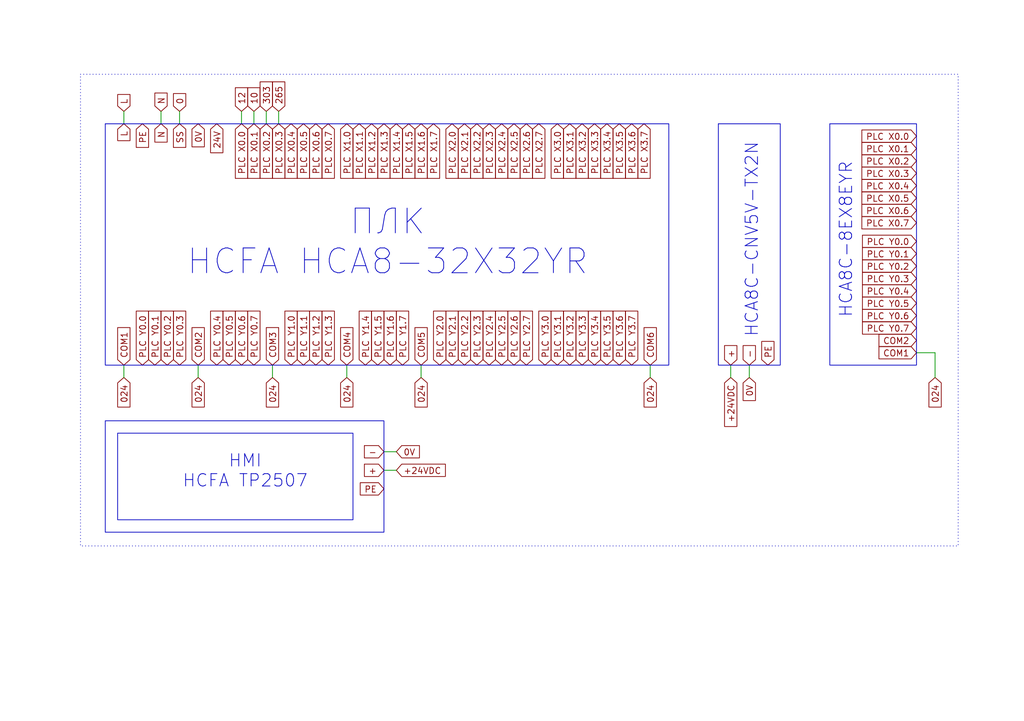
<source format=kicad_sch>
(kicad_sch
	(version 20231120)
	(generator "eeschema")
	(generator_version "8.0")
	(uuid "012ca85a-82a8-45de-9ed7-e5980ecb343c")
	(paper "A5")
	(title_block
		(title "Okoma")
		(date "08/2024")
		(rev "1.0")
	)
	(lib_symbols)
	(wire
		(pts
			(xy 52.07 22.86) (xy 52.07 25.4)
		)
		(stroke
			(width 0)
			(type default)
		)
		(uuid "1958ff1a-2cea-4015-ae88-65994fc0f1e1")
	)
	(wire
		(pts
			(xy 153.67 74.93) (xy 153.67 77.47)
		)
		(stroke
			(width 0)
			(type default)
		)
		(uuid "1ee07184-445e-49e0-9592-5d74319e6c92")
	)
	(wire
		(pts
			(xy 40.64 74.93) (xy 40.64 77.47)
		)
		(stroke
			(width 0)
			(type default)
		)
		(uuid "27aeccf1-9151-45b6-af7d-9fe8f1d3743f")
	)
	(wire
		(pts
			(xy 55.88 74.93) (xy 55.88 77.47)
		)
		(stroke
			(width 0)
			(type default)
		)
		(uuid "3b9ae176-475c-4e02-ab66-03ef1e25fb8e")
	)
	(wire
		(pts
			(xy 191.77 77.47) (xy 191.77 72.39)
		)
		(stroke
			(width 0)
			(type default)
		)
		(uuid "400ddbf4-fdbe-481e-bc80-3001fa21ca7e")
	)
	(wire
		(pts
			(xy 25.4 22.86) (xy 25.4 25.4)
		)
		(stroke
			(width 0)
			(type default)
		)
		(uuid "5b14d5f5-a804-4827-8faf-bea2ad5dd8d6")
	)
	(wire
		(pts
			(xy 36.83 22.86) (xy 36.83 25.4)
		)
		(stroke
			(width 0)
			(type default)
		)
		(uuid "60a21099-2a64-4745-a2e4-970c44b29884")
	)
	(wire
		(pts
			(xy 133.35 77.47) (xy 133.35 74.93)
		)
		(stroke
			(width 0)
			(type default)
		)
		(uuid "72a3ad23-53ea-4955-b624-e231fb0fc365")
	)
	(wire
		(pts
			(xy 78.74 92.71) (xy 81.28 92.71)
		)
		(stroke
			(width 0)
			(type default)
		)
		(uuid "79e6a44e-a97d-436f-a262-abd927977f19")
	)
	(wire
		(pts
			(xy 149.86 74.93) (xy 149.86 77.47)
		)
		(stroke
			(width 0)
			(type default)
		)
		(uuid "87bdfd2f-8565-483f-832d-22341f202d2b")
	)
	(wire
		(pts
			(xy 78.74 96.52) (xy 81.28 96.52)
		)
		(stroke
			(width 0)
			(type default)
		)
		(uuid "8ac53420-9d8f-4066-bdef-6ab458f09fe7")
	)
	(wire
		(pts
			(xy 71.12 74.93) (xy 71.12 77.47)
		)
		(stroke
			(width 0)
			(type default)
		)
		(uuid "8e7ea122-b692-40fc-888a-b5488f774cd3")
	)
	(wire
		(pts
			(xy 57.15 22.86) (xy 57.15 25.4)
		)
		(stroke
			(width 0)
			(type default)
		)
		(uuid "94fe7cb6-4548-40f7-8cf7-ddb8f314ce61")
	)
	(wire
		(pts
			(xy 54.61 22.86) (xy 54.61 25.4)
		)
		(stroke
			(width 0)
			(type default)
		)
		(uuid "9b09e1ad-415d-4ea2-ad2c-b286393ae224")
	)
	(wire
		(pts
			(xy 49.53 22.86) (xy 49.53 25.4)
		)
		(stroke
			(width 0)
			(type default)
		)
		(uuid "9cab176a-e298-41b4-badc-0817f3790d4a")
	)
	(wire
		(pts
			(xy 33.02 22.86) (xy 33.02 25.4)
		)
		(stroke
			(width 0)
			(type default)
		)
		(uuid "b1143fe3-dbc4-4218-b193-6525195ba374")
	)
	(wire
		(pts
			(xy 25.4 74.93) (xy 25.4 77.47)
		)
		(stroke
			(width 0)
			(type default)
		)
		(uuid "bd744539-bbd5-4c57-b8f0-b3c4370968c3")
	)
	(wire
		(pts
			(xy 191.77 72.39) (xy 187.96 72.39)
		)
		(stroke
			(width 0)
			(type default)
		)
		(uuid "db98e9f4-d433-4bbc-a65e-2be2b2b79773")
	)
	(wire
		(pts
			(xy 86.36 74.93) (xy 86.36 77.47)
		)
		(stroke
			(width 0)
			(type default)
		)
		(uuid "ea0a15d9-5f1c-464a-b0a9-0a8fd5e509ca")
	)
	(rectangle
		(start 147.32 25.4)
		(end 160.02 74.93)
		(stroke
			(width 0)
			(type default)
		)
		(fill
			(type none)
		)
		(uuid 06e508cf-57de-4e04-ab05-5c5bf5f9197b)
	)
	(rectangle
		(start 16.51 15.24)
		(end 196.51 112.04)
		(stroke
			(width 0)
			(type dot)
		)
		(fill
			(type none)
		)
		(uuid 29c5e26c-2d50-4887-a7b1-538f804fb5c9)
	)
	(rectangle
		(start 24.13 88.9)
		(end 72.39 106.68)
		(stroke
			(width 0)
			(type default)
		)
		(fill
			(type none)
		)
		(uuid 29f025db-fc6f-4425-a5de-21a1c2fb91e0)
	)
	(rectangle
		(start 21.59 86.36)
		(end 78.74 109.22)
		(stroke
			(width 0)
			(type default)
		)
		(fill
			(type none)
		)
		(uuid 67b8e63d-0050-4455-917b-28a15fd3c20f)
	)
	(rectangle
		(start 21.59 25.4)
		(end 137.16 74.93)
		(stroke
			(width 0)
			(type default)
		)
		(fill
			(type none)
		)
		(uuid b90b4759-f0fd-4a1c-9e6d-63d155c8f082)
	)
	(rectangle
		(start 170.18 25.4)
		(end 187.96 74.93)
		(stroke
			(width 0)
			(type default)
		)
		(fill
			(type none)
		)
		(uuid f9482136-b596-4f25-9613-4e661d847da1)
	)
	(text "HMI\nHCFA TP2507"
		(exclude_from_sim no)
		(at 50.292 96.774 0)
		(effects
			(font
				(size 2.54 2.54)
			)
		)
		(uuid "19737cad-8ee2-4c32-ba92-b7be062b1557")
	)
	(text "ПЛК\nHCFA HCA8-32X32YR"
		(exclude_from_sim no)
		(at 79.502 49.784 0)
		(effects
			(font
				(size 5.08 5.08)
			)
		)
		(uuid "52f802c5-85c8-4846-9676-6c892d737866")
	)
	(text "HCA8C-8EX8EYR"
		(exclude_from_sim no)
		(at 173.482 49.276 90)
		(effects
			(font
				(size 2.54 2.54)
			)
		)
		(uuid "ae775028-c02b-417b-8c56-387418aa2bb2")
	)
	(text "HCA8C-CNV5V-TX2N"
		(exclude_from_sim no)
		(at 154.178 49.276 90)
		(effects
			(font
				(size 2.54 2.54)
			)
		)
		(uuid "b826f405-00e4-43a8-b85b-e1c9c2d9507e")
	)
	(global_label "-"
		(shape input)
		(at 78.74 92.71 180)
		(fields_autoplaced yes)
		(effects
			(font
				(size 1.27 1.27)
			)
			(justify right)
		)
		(uuid "023369c7-1294-45d7-abde-4ecc51761d7e")
		(property "Intersheetrefs" "${INTERSHEET_REFS}"
			(at 74.1824 92.71 0)
			(effects
				(font
					(size 1.27 1.27)
				)
				(justify right)
				(hide yes)
			)
		)
	)
	(global_label "COM5"
		(shape input)
		(at 86.36 74.93 90)
		(fields_autoplaced yes)
		(effects
			(font
				(size 1.27 1.27)
			)
			(justify left)
		)
		(uuid "04cbad57-8930-481f-ab7f-7965ac447320")
		(property "Intersheetrefs" "${INTERSHEET_REFS}"
			(at 86.36 66.6834 90)
			(effects
				(font
					(size 1.27 1.27)
				)
				(justify left)
				(hide yes)
			)
		)
	)
	(global_label "COM1"
		(shape input)
		(at 187.96 72.39 180)
		(fields_autoplaced yes)
		(effects
			(font
				(size 1.27 1.27)
			)
			(justify right)
		)
		(uuid "09171eb0-3c5e-4df5-9c3b-a918b80c83f9")
		(property "Intersheetrefs" "${INTERSHEET_REFS}"
			(at 179.7134 72.39 0)
			(effects
				(font
					(size 1.27 1.27)
				)
				(justify right)
				(hide yes)
			)
		)
	)
	(global_label "PLC X1.2"
		(shape input)
		(at 76.2 25.4 270)
		(fields_autoplaced yes)
		(effects
			(font
				(size 1.27 1.27)
			)
			(justify right)
		)
		(uuid "0eb4d390-bae3-4c96-aba5-4e9aef127aa9")
		(property "Intersheetrefs" "${INTERSHEET_REFS}"
			(at 76.2 37.1542 90)
			(effects
				(font
					(size 1.27 1.27)
				)
				(justify right)
				(hide yes)
			)
		)
	)
	(global_label "PLC X3.1"
		(shape input)
		(at 116.84 25.4 270)
		(fields_autoplaced yes)
		(effects
			(font
				(size 1.27 1.27)
			)
			(justify right)
		)
		(uuid "151cf409-7b28-4fc1-b506-0de62f52c36c")
		(property "Intersheetrefs" "${INTERSHEET_REFS}"
			(at 116.84 37.1542 90)
			(effects
				(font
					(size 1.27 1.27)
				)
				(justify right)
				(hide yes)
			)
		)
	)
	(global_label "PE"
		(shape input)
		(at 157.48 74.93 90)
		(fields_autoplaced yes)
		(effects
			(font
				(size 1.27 1.27)
			)
			(justify left)
		)
		(uuid "1614e498-250f-47d3-8db8-966585d8f012")
		(property "Intersheetrefs" "${INTERSHEET_REFS}"
			(at 157.48 69.5258 90)
			(effects
				(font
					(size 1.27 1.27)
				)
				(justify left)
				(hide yes)
			)
		)
	)
	(global_label "PLC X0.0"
		(shape input)
		(at 187.96 27.94 180)
		(fields_autoplaced yes)
		(effects
			(font
				(size 1.27 1.27)
			)
			(justify right)
		)
		(uuid "163d896a-5c1e-4931-8974-08d338b5193b")
		(property "Intersheetrefs" "${INTERSHEET_REFS}"
			(at 176.2058 27.94 0)
			(effects
				(font
					(size 1.27 1.27)
				)
				(justify right)
				(hide yes)
			)
		)
	)
	(global_label "PLC Y0.1"
		(shape input)
		(at 187.96 52.07 180)
		(fields_autoplaced yes)
		(effects
			(font
				(size 1.27 1.27)
			)
			(justify right)
		)
		(uuid "171e3b1d-4e90-4626-9491-78ede9e4f3e5")
		(property "Intersheetrefs" "${INTERSHEET_REFS}"
			(at 176.3267 52.07 0)
			(effects
				(font
					(size 1.27 1.27)
				)
				(justify right)
				(hide yes)
			)
		)
	)
	(global_label "10"
		(shape input)
		(at 52.07 22.86 90)
		(effects
			(font
				(size 1.27 1.27)
			)
			(justify left)
		)
		(uuid "1cb07c34-3ba2-4c04-ba39-032b1baa49d8")
		(property "Intersheetrefs" "${INTERSHEET_REFS}"
			(at 52.07 17.4558 90)
			(effects
				(font
					(size 1.27 1.27)
				)
				(justify left)
				(hide yes)
			)
		)
		(property "Netclass" "Управляющее напряжение OK"
			(at 51.816 19.05 90)
			(effects
				(font
					(size 1.27 1.27)
				)
				(justify left)
				(hide yes)
			)
		)
	)
	(global_label "PLC X0.7"
		(shape input)
		(at 187.96 45.72 180)
		(fields_autoplaced yes)
		(effects
			(font
				(size 1.27 1.27)
			)
			(justify right)
		)
		(uuid "1d62fca9-8920-4009-960b-b750039b1723")
		(property "Intersheetrefs" "${INTERSHEET_REFS}"
			(at 176.2058 45.72 0)
			(effects
				(font
					(size 1.27 1.27)
				)
				(justify right)
				(hide yes)
			)
		)
	)
	(global_label "PLC X1.5"
		(shape input)
		(at 83.82 25.4 270)
		(fields_autoplaced yes)
		(effects
			(font
				(size 1.27 1.27)
			)
			(justify right)
		)
		(uuid "1dc191df-a406-4f4a-aa95-05b465a31130")
		(property "Intersheetrefs" "${INTERSHEET_REFS}"
			(at 83.82 37.1542 90)
			(effects
				(font
					(size 1.27 1.27)
				)
				(justify right)
				(hide yes)
			)
		)
	)
	(global_label "PLC X3.6"
		(shape input)
		(at 129.54 25.4 270)
		(fields_autoplaced yes)
		(effects
			(font
				(size 1.27 1.27)
			)
			(justify right)
		)
		(uuid "1e3e3eaa-c2d1-46e1-a50e-26e1aa806195")
		(property "Intersheetrefs" "${INTERSHEET_REFS}"
			(at 129.54 37.1542 90)
			(effects
				(font
					(size 1.27 1.27)
				)
				(justify right)
				(hide yes)
			)
		)
	)
	(global_label "PLC X2.1"
		(shape input)
		(at 95.25 25.4 270)
		(fields_autoplaced yes)
		(effects
			(font
				(size 1.27 1.27)
			)
			(justify right)
		)
		(uuid "1ed0d29d-c7d8-479c-a69f-bb2c2a524966")
		(property "Intersheetrefs" "${INTERSHEET_REFS}"
			(at 95.25 37.1542 90)
			(effects
				(font
					(size 1.27 1.27)
				)
				(justify right)
				(hide yes)
			)
		)
	)
	(global_label "PLC Y2.1"
		(shape input)
		(at 92.71 74.93 90)
		(fields_autoplaced yes)
		(effects
			(font
				(size 1.27 1.27)
			)
			(justify left)
		)
		(uuid "1f7e7a9f-7954-42f7-82a7-175ea69133ff")
		(property "Intersheetrefs" "${INTERSHEET_REFS}"
			(at 92.71 63.1758 90)
			(effects
				(font
					(size 1.27 1.27)
				)
				(justify left)
				(hide yes)
			)
		)
	)
	(global_label "COM6"
		(shape input)
		(at 133.35 74.93 90)
		(fields_autoplaced yes)
		(effects
			(font
				(size 1.27 1.27)
			)
			(justify left)
		)
		(uuid "22b9b550-41f6-48d6-b734-5d257549595b")
		(property "Intersheetrefs" "${INTERSHEET_REFS}"
			(at 133.35 66.6834 90)
			(effects
				(font
					(size 1.27 1.27)
				)
				(justify left)
				(hide yes)
			)
		)
	)
	(global_label "L"
		(shape input)
		(at 25.4 25.4 270)
		(fields_autoplaced yes)
		(effects
			(font
				(size 1.27 1.27)
			)
			(justify right)
		)
		(uuid "2473dc58-f7a7-46a4-a4c5-93e41b61ba15")
		(property "Intersheetrefs" "${INTERSHEET_REFS}"
			(at 25.4 29.4133 90)
			(effects
				(font
					(size 1.27 1.27)
				)
				(justify right)
				(hide yes)
			)
		)
	)
	(global_label "SS"
		(shape input)
		(at 36.83 25.4 270)
		(fields_autoplaced yes)
		(effects
			(font
				(size 1.27 1.27)
			)
			(justify right)
		)
		(uuid "2a7c5a61-1df7-4759-af16-6f1919abe0a4")
		(property "Intersheetrefs" "${INTERSHEET_REFS}"
			(at 36.83 30.8042 90)
			(effects
				(font
					(size 1.27 1.27)
				)
				(justify right)
				(hide yes)
			)
		)
	)
	(global_label "PLC X2.7"
		(shape input)
		(at 110.49 25.4 270)
		(fields_autoplaced yes)
		(effects
			(font
				(size 1.27 1.27)
			)
			(justify right)
		)
		(uuid "2c9dc8ed-7343-4fe6-8f79-7f51ae271413")
		(property "Intersheetrefs" "${INTERSHEET_REFS}"
			(at 110.49 37.1542 90)
			(effects
				(font
					(size 1.27 1.27)
				)
				(justify right)
				(hide yes)
			)
		)
	)
	(global_label "PLC X0.1"
		(shape input)
		(at 187.96 30.48 180)
		(fields_autoplaced yes)
		(effects
			(font
				(size 1.27 1.27)
			)
			(justify right)
		)
		(uuid "2e6fd091-e425-4f62-8436-004a332810d4")
		(property "Intersheetrefs" "${INTERSHEET_REFS}"
			(at 176.2058 30.48 0)
			(effects
				(font
					(size 1.27 1.27)
				)
				(justify right)
				(hide yes)
			)
		)
	)
	(global_label "024"
		(shape input)
		(at 86.36 77.47 270)
		(fields_autoplaced yes)
		(effects
			(font
				(size 1.27 1.27)
			)
			(justify right)
		)
		(uuid "33930e7c-1e79-4d32-895a-9d1023c42a00")
		(property "Intersheetrefs" "${INTERSHEET_REFS}"
			(at 86.36 84.0837 90)
			(effects
				(font
					(size 1.27 1.27)
				)
				(justify right)
				(hide yes)
			)
		)
	)
	(global_label "PLC Y0.4"
		(shape input)
		(at 187.96 59.69 180)
		(fields_autoplaced yes)
		(effects
			(font
				(size 1.27 1.27)
			)
			(justify right)
		)
		(uuid "34577cca-8133-47d2-949d-d18a80908500")
		(property "Intersheetrefs" "${INTERSHEET_REFS}"
			(at 176.3267 59.69 0)
			(effects
				(font
					(size 1.27 1.27)
				)
				(justify right)
				(hide yes)
			)
		)
	)
	(global_label "PLC X0.1"
		(shape input)
		(at 52.07 25.4 270)
		(fields_autoplaced yes)
		(effects
			(font
				(size 1.27 1.27)
			)
			(justify right)
		)
		(uuid "34fdae1b-d931-49d5-a6e9-6e7821a8cef8")
		(property "Intersheetrefs" "${INTERSHEET_REFS}"
			(at 52.07 37.1542 90)
			(effects
				(font
					(size 1.27 1.27)
				)
				(justify right)
				(hide yes)
			)
		)
	)
	(global_label "COM2"
		(shape input)
		(at 40.64 74.93 90)
		(fields_autoplaced yes)
		(effects
			(font
				(size 1.27 1.27)
			)
			(justify left)
		)
		(uuid "357410c2-b1db-4be9-b729-7deab6f40303")
		(property "Intersheetrefs" "${INTERSHEET_REFS}"
			(at 40.64 66.6834 90)
			(effects
				(font
					(size 1.27 1.27)
				)
				(justify left)
				(hide yes)
			)
		)
	)
	(global_label "PLC X0.5"
		(shape input)
		(at 187.96 40.64 180)
		(fields_autoplaced yes)
		(effects
			(font
				(size 1.27 1.27)
			)
			(justify right)
		)
		(uuid "35cc15ae-59e8-4eef-836d-07e10d302409")
		(property "Intersheetrefs" "${INTERSHEET_REFS}"
			(at 176.2058 40.64 0)
			(effects
				(font
					(size 1.27 1.27)
				)
				(justify right)
				(hide yes)
			)
		)
	)
	(global_label "PLC Y1.6"
		(shape input)
		(at 80.01 74.93 90)
		(fields_autoplaced yes)
		(effects
			(font
				(size 1.27 1.27)
			)
			(justify left)
		)
		(uuid "36fe05e3-4ba4-4e80-9c10-7e52727e0fc1")
		(property "Intersheetrefs" "${INTERSHEET_REFS}"
			(at 80.01 63.1758 90)
			(effects
				(font
					(size 1.27 1.27)
				)
				(justify left)
				(hide yes)
			)
		)
	)
	(global_label "PLC Y3.7"
		(shape input)
		(at 129.54 74.93 90)
		(fields_autoplaced yes)
		(effects
			(font
				(size 1.27 1.27)
			)
			(justify left)
		)
		(uuid "3b2c868f-a9d9-4ef6-945c-68ee687d7063")
		(property "Intersheetrefs" "${INTERSHEET_REFS}"
			(at 129.54 63.1758 90)
			(effects
				(font
					(size 1.27 1.27)
				)
				(justify left)
				(hide yes)
			)
		)
	)
	(global_label "PE"
		(shape input)
		(at 78.74 100.33 180)
		(fields_autoplaced yes)
		(effects
			(font
				(size 1.27 1.27)
			)
			(justify right)
		)
		(uuid "3b8501bb-caff-431f-b241-ef8608bd0df0")
		(property "Intersheetrefs" "${INTERSHEET_REFS}"
			(at 73.3358 100.33 0)
			(effects
				(font
					(size 1.27 1.27)
				)
				(justify right)
				(hide yes)
			)
		)
	)
	(global_label "24V"
		(shape input)
		(at 44.45 25.4 270)
		(fields_autoplaced yes)
		(effects
			(font
				(size 1.27 1.27)
			)
			(justify right)
		)
		(uuid "3e6e6580-d3b6-42c1-beb7-0a14167d8663")
		(property "Intersheetrefs" "${INTERSHEET_REFS}"
			(at 44.45 31.8928 90)
			(effects
				(font
					(size 1.27 1.27)
				)
				(justify right)
				(hide yes)
			)
		)
	)
	(global_label "PLC X0.4"
		(shape input)
		(at 187.96 38.1 180)
		(fields_autoplaced yes)
		(effects
			(font
				(size 1.27 1.27)
			)
			(justify right)
		)
		(uuid "400f6153-6c9b-403f-a558-1c8880f89d58")
		(property "Intersheetrefs" "${INTERSHEET_REFS}"
			(at 176.2058 38.1 0)
			(effects
				(font
					(size 1.27 1.27)
				)
				(justify right)
				(hide yes)
			)
		)
	)
	(global_label "PLC Y0.5"
		(shape input)
		(at 187.96 62.23 180)
		(fields_autoplaced yes)
		(effects
			(font
				(size 1.27 1.27)
			)
			(justify right)
		)
		(uuid "44f4fd54-9668-4851-be17-3829b089d33d")
		(property "Intersheetrefs" "${INTERSHEET_REFS}"
			(at 176.3267 62.23 0)
			(effects
				(font
					(size 1.27 1.27)
				)
				(justify right)
				(hide yes)
			)
		)
	)
	(global_label "PLC X1.1"
		(shape input)
		(at 73.66 25.4 270)
		(fields_autoplaced yes)
		(effects
			(font
				(size 1.27 1.27)
			)
			(justify right)
		)
		(uuid "46dba503-9483-42fa-8603-a768bc9d300f")
		(property "Intersheetrefs" "${INTERSHEET_REFS}"
			(at 73.66 37.1542 90)
			(effects
				(font
					(size 1.27 1.27)
				)
				(justify right)
				(hide yes)
			)
		)
	)
	(global_label "PLC Y2.2"
		(shape input)
		(at 95.25 74.93 90)
		(fields_autoplaced yes)
		(effects
			(font
				(size 1.27 1.27)
			)
			(justify left)
		)
		(uuid "49c086c3-5a3f-4742-9ac4-8a6eda3674b9")
		(property "Intersheetrefs" "${INTERSHEET_REFS}"
			(at 95.25 63.1758 90)
			(effects
				(font
					(size 1.27 1.27)
				)
				(justify left)
				(hide yes)
			)
		)
	)
	(global_label "PLC Y0.5"
		(shape input)
		(at 46.99 74.93 90)
		(fields_autoplaced yes)
		(effects
			(font
				(size 1.27 1.27)
			)
			(justify left)
		)
		(uuid "4a4ef57f-a6c8-4b41-8a1b-7dc9849768f8")
		(property "Intersheetrefs" "${INTERSHEET_REFS}"
			(at 46.99 63.1758 90)
			(effects
				(font
					(size 1.27 1.27)
				)
				(justify left)
				(hide yes)
			)
		)
	)
	(global_label "PLC X1.6"
		(shape input)
		(at 86.36 25.4 270)
		(fields_autoplaced yes)
		(effects
			(font
				(size 1.27 1.27)
			)
			(justify right)
		)
		(uuid "4b7dd92d-6318-46a6-8092-8d81e606a8f3")
		(property "Intersheetrefs" "${INTERSHEET_REFS}"
			(at 86.36 37.1542 90)
			(effects
				(font
					(size 1.27 1.27)
				)
				(justify right)
				(hide yes)
			)
		)
	)
	(global_label "-"
		(shape input)
		(at 153.67 74.93 90)
		(fields_autoplaced yes)
		(effects
			(font
				(size 1.27 1.27)
			)
			(justify left)
		)
		(uuid "4c9c0c10-86d6-4701-a379-356b4fdb07b7")
		(property "Intersheetrefs" "${INTERSHEET_REFS}"
			(at 153.67 70.3724 90)
			(effects
				(font
					(size 1.27 1.27)
				)
				(justify left)
				(hide yes)
			)
		)
	)
	(global_label "PLC Y3.2"
		(shape input)
		(at 116.84 74.93 90)
		(fields_autoplaced yes)
		(effects
			(font
				(size 1.27 1.27)
			)
			(justify left)
		)
		(uuid "4ce1248f-1bff-4310-b2c5-cd05f81abe48")
		(property "Intersheetrefs" "${INTERSHEET_REFS}"
			(at 116.84 63.1758 90)
			(effects
				(font
					(size 1.27 1.27)
				)
				(justify left)
				(hide yes)
			)
		)
	)
	(global_label "PLC X3.2"
		(shape input)
		(at 119.38 25.4 270)
		(fields_autoplaced yes)
		(effects
			(font
				(size 1.27 1.27)
			)
			(justify right)
		)
		(uuid "50d47c77-aa7b-4952-8d50-178159a343e0")
		(property "Intersheetrefs" "${INTERSHEET_REFS}"
			(at 119.38 37.1542 90)
			(effects
				(font
					(size 1.27 1.27)
				)
				(justify right)
				(hide yes)
			)
		)
	)
	(global_label "PLC X3.7"
		(shape input)
		(at 132.08 25.4 270)
		(fields_autoplaced yes)
		(effects
			(font
				(size 1.27 1.27)
			)
			(justify right)
		)
		(uuid "51ef9bea-58ef-401b-80e8-b7bec7695adb")
		(property "Intersheetrefs" "${INTERSHEET_REFS}"
			(at 132.08 37.1542 90)
			(effects
				(font
					(size 1.27 1.27)
				)
				(justify right)
				(hide yes)
			)
		)
	)
	(global_label "PLC X3.4"
		(shape input)
		(at 124.46 25.4 270)
		(fields_autoplaced yes)
		(effects
			(font
				(size 1.27 1.27)
			)
			(justify right)
		)
		(uuid "591abcc7-201e-408a-b3df-c1f895772ee5")
		(property "Intersheetrefs" "${INTERSHEET_REFS}"
			(at 124.46 37.1542 90)
			(effects
				(font
					(size 1.27 1.27)
				)
				(justify right)
				(hide yes)
			)
		)
	)
	(global_label "PLC X3.0"
		(shape input)
		(at 114.3 25.4 270)
		(fields_autoplaced yes)
		(effects
			(font
				(size 1.27 1.27)
			)
			(justify right)
		)
		(uuid "5d07dfd0-6ce7-4b4b-9c0c-6ba8821c9e1d")
		(property "Intersheetrefs" "${INTERSHEET_REFS}"
			(at 114.3 37.1542 90)
			(effects
				(font
					(size 1.27 1.27)
				)
				(justify right)
				(hide yes)
			)
		)
	)
	(global_label "N"
		(shape input)
		(at 33.02 25.4 270)
		(fields_autoplaced yes)
		(effects
			(font
				(size 1.27 1.27)
			)
			(justify right)
		)
		(uuid "5ea59ab5-2d74-4275-b5cb-ed548f69b2f2")
		(property "Intersheetrefs" "${INTERSHEET_REFS}"
			(at 33.02 29.7157 90)
			(effects
				(font
					(size 1.27 1.27)
				)
				(justify right)
				(hide yes)
			)
		)
	)
	(global_label "PE"
		(shape input)
		(at 29.21 25.4 270)
		(fields_autoplaced yes)
		(effects
			(font
				(size 1.27 1.27)
			)
			(justify right)
		)
		(uuid "6136cf88-771d-4867-8f2f-c04ca585ca5f")
		(property "Intersheetrefs" "${INTERSHEET_REFS}"
			(at 29.21 30.8042 90)
			(effects
				(font
					(size 1.27 1.27)
				)
				(justify right)
				(hide yes)
			)
		)
	)
	(global_label "PLC Y0.2"
		(shape input)
		(at 187.96 54.61 180)
		(fields_autoplaced yes)
		(effects
			(font
				(size 1.27 1.27)
			)
			(justify right)
		)
		(uuid "6620e9bd-6315-46ed-870c-73f49c257152")
		(property "Intersheetrefs" "${INTERSHEET_REFS}"
			(at 176.3267 54.61 0)
			(effects
				(font
					(size 1.27 1.27)
				)
				(justify right)
				(hide yes)
			)
		)
	)
	(global_label "PLC Y0.0"
		(shape input)
		(at 187.96 49.53 180)
		(fields_autoplaced yes)
		(effects
			(font
				(size 1.27 1.27)
			)
			(justify right)
		)
		(uuid "67710490-adca-4d78-b356-d911d3dc33b2")
		(property "Intersheetrefs" "${INTERSHEET_REFS}"
			(at 176.3267 49.53 0)
			(effects
				(font
					(size 1.27 1.27)
				)
				(justify right)
				(hide yes)
			)
		)
	)
	(global_label "PLC Y1.5"
		(shape input)
		(at 77.47 74.93 90)
		(fields_autoplaced yes)
		(effects
			(font
				(size 1.27 1.27)
			)
			(justify left)
		)
		(uuid "684552e4-dac6-46a1-9c58-70120f80a3a8")
		(property "Intersheetrefs" "${INTERSHEET_REFS}"
			(at 77.47 63.1758 90)
			(effects
				(font
					(size 1.27 1.27)
				)
				(justify left)
				(hide yes)
			)
		)
	)
	(global_label "PLC X2.6"
		(shape input)
		(at 107.95 25.4 270)
		(fields_autoplaced yes)
		(effects
			(font
				(size 1.27 1.27)
			)
			(justify right)
		)
		(uuid "6b1fe378-b454-4b5c-bea6-42286e996df0")
		(property "Intersheetrefs" "${INTERSHEET_REFS}"
			(at 107.95 37.1542 90)
			(effects
				(font
					(size 1.27 1.27)
				)
				(justify right)
				(hide yes)
			)
		)
	)
	(global_label "024"
		(shape input)
		(at 71.12 77.47 270)
		(fields_autoplaced yes)
		(effects
			(font
				(size 1.27 1.27)
			)
			(justify right)
		)
		(uuid "6eb2fbde-2eca-4293-bebf-b96cf41ab07d")
		(property "Intersheetrefs" "${INTERSHEET_REFS}"
			(at 71.12 84.0837 90)
			(effects
				(font
					(size 1.27 1.27)
				)
				(justify right)
				(hide yes)
			)
		)
	)
	(global_label "PLC X1.0"
		(shape input)
		(at 71.12 25.4 270)
		(fields_autoplaced yes)
		(effects
			(font
				(size 1.27 1.27)
			)
			(justify right)
		)
		(uuid "70f99b93-e077-4430-abc9-b4f3245b89aa")
		(property "Intersheetrefs" "${INTERSHEET_REFS}"
			(at 71.12 37.1542 90)
			(effects
				(font
					(size 1.27 1.27)
				)
				(justify right)
				(hide yes)
			)
		)
	)
	(global_label "0V"
		(shape input)
		(at 81.28 92.71 0)
		(fields_autoplaced yes)
		(effects
			(font
				(size 1.27 1.27)
			)
			(justify left)
		)
		(uuid "72b1351d-cdde-4a59-a988-2d93abf440b1")
		(property "Intersheetrefs" "${INTERSHEET_REFS}"
			(at 86.5633 92.71 0)
			(effects
				(font
					(size 1.27 1.27)
				)
				(justify left)
				(hide yes)
			)
		)
	)
	(global_label "PLC Y1.0"
		(shape input)
		(at 59.69 74.93 90)
		(fields_autoplaced yes)
		(effects
			(font
				(size 1.27 1.27)
			)
			(justify left)
		)
		(uuid "784250cb-d1f8-4d10-83af-76c47fd3d623")
		(property "Intersheetrefs" "${INTERSHEET_REFS}"
			(at 59.69 63.1758 90)
			(effects
				(font
					(size 1.27 1.27)
				)
				(justify left)
				(hide yes)
			)
		)
	)
	(global_label "COM4"
		(shape input)
		(at 71.12 74.93 90)
		(fields_autoplaced yes)
		(effects
			(font
				(size 1.27 1.27)
			)
			(justify left)
		)
		(uuid "791f4ad8-9a3c-4bb2-a527-5d3dbda7052d")
		(property "Intersheetrefs" "${INTERSHEET_REFS}"
			(at 71.12 66.6834 90)
			(effects
				(font
					(size 1.27 1.27)
				)
				(justify left)
				(hide yes)
			)
		)
	)
	(global_label "PLC Y0.7"
		(shape input)
		(at 52.07 74.93 90)
		(fields_autoplaced yes)
		(effects
			(font
				(size 1.27 1.27)
			)
			(justify left)
		)
		(uuid "7daf4bb2-894b-40e5-a517-32a7c89677ac")
		(property "Intersheetrefs" "${INTERSHEET_REFS}"
			(at 52.07 63.1758 90)
			(effects
				(font
					(size 1.27 1.27)
				)
				(justify left)
				(hide yes)
			)
		)
	)
	(global_label "PLC Y2.6"
		(shape input)
		(at 105.41 74.93 90)
		(fields_autoplaced yes)
		(effects
			(font
				(size 1.27 1.27)
			)
			(justify left)
		)
		(uuid "7fc1e1df-ff28-41a1-a729-4d24335ec36d")
		(property "Intersheetrefs" "${INTERSHEET_REFS}"
			(at 105.41 63.1758 90)
			(effects
				(font
					(size 1.27 1.27)
				)
				(justify left)
				(hide yes)
			)
		)
	)
	(global_label "024"
		(shape input)
		(at 133.35 77.47 270)
		(fields_autoplaced yes)
		(effects
			(font
				(size 1.27 1.27)
			)
			(justify right)
		)
		(uuid "80e0bd8b-6515-4ee6-8d7c-e96d5491e4b2")
		(property "Intersheetrefs" "${INTERSHEET_REFS}"
			(at 133.35 84.0837 90)
			(effects
				(font
					(size 1.27 1.27)
				)
				(justify right)
				(hide yes)
			)
		)
	)
	(global_label "PLC X0.2"
		(shape input)
		(at 54.61 25.4 270)
		(fields_autoplaced yes)
		(effects
			(font
				(size 1.27 1.27)
			)
			(justify right)
		)
		(uuid "83c90362-6ac6-429f-b3a2-83702a56c60e")
		(property "Intersheetrefs" "${INTERSHEET_REFS}"
			(at 54.61 37.1542 90)
			(effects
				(font
					(size 1.27 1.27)
				)
				(justify right)
				(hide yes)
			)
		)
	)
	(global_label "PLC X0.4"
		(shape input)
		(at 59.69 25.4 270)
		(fields_autoplaced yes)
		(effects
			(font
				(size 1.27 1.27)
			)
			(justify right)
		)
		(uuid "8781a224-8d7e-4668-84ba-a0c7049595f8")
		(property "Intersheetrefs" "${INTERSHEET_REFS}"
			(at 59.69 37.1542 90)
			(effects
				(font
					(size 1.27 1.27)
				)
				(justify right)
				(hide yes)
			)
		)
	)
	(global_label "+24VDC"
		(shape input)
		(at 149.86 77.47 270)
		(fields_autoplaced yes)
		(effects
			(font
				(size 1.27 1.27)
			)
			(justify right)
		)
		(uuid "8c5eca86-4c29-4973-a290-053069a798ae")
		(property "Intersheetrefs" "${INTERSHEET_REFS}"
			(at 149.86 88.0752 90)
			(effects
				(font
					(size 1.27 1.27)
				)
				(justify right)
				(hide yes)
			)
		)
	)
	(global_label "PLC Y3.0"
		(shape input)
		(at 111.76 74.93 90)
		(fields_autoplaced yes)
		(effects
			(font
				(size 1.27 1.27)
			)
			(justify left)
		)
		(uuid "8e37d851-7ec8-487c-ae28-3de1e07d6bdc")
		(property "Intersheetrefs" "${INTERSHEET_REFS}"
			(at 111.76 63.1758 90)
			(effects
				(font
					(size 1.27 1.27)
				)
				(justify left)
				(hide yes)
			)
		)
	)
	(global_label "PLC X0.5"
		(shape input)
		(at 62.23 25.4 270)
		(fields_autoplaced yes)
		(effects
			(font
				(size 1.27 1.27)
			)
			(justify right)
		)
		(uuid "9049829a-15d0-475e-b2e2-139704925465")
		(property "Intersheetrefs" "${INTERSHEET_REFS}"
			(at 62.23 37.1542 90)
			(effects
				(font
					(size 1.27 1.27)
				)
				(justify right)
				(hide yes)
			)
		)
	)
	(global_label "+24VDC"
		(shape input)
		(at 81.28 96.52 0)
		(fields_autoplaced yes)
		(effects
			(font
				(size 1.27 1.27)
			)
			(justify left)
		)
		(uuid "909724d7-1e0c-47c1-9c78-6a32d82e1859")
		(property "Intersheetrefs" "${INTERSHEET_REFS}"
			(at 91.8852 96.52 0)
			(effects
				(font
					(size 1.27 1.27)
				)
				(justify left)
				(hide yes)
			)
		)
	)
	(global_label "PLC Y2.3"
		(shape input)
		(at 97.79 74.93 90)
		(fields_autoplaced yes)
		(effects
			(font
				(size 1.27 1.27)
			)
			(justify left)
		)
		(uuid "9293aebf-ee55-4836-b6c8-cd687ec46e5c")
		(property "Intersheetrefs" "${INTERSHEET_REFS}"
			(at 97.79 63.1758 90)
			(effects
				(font
					(size 1.27 1.27)
				)
				(justify left)
				(hide yes)
			)
		)
	)
	(global_label "0"
		(shape input)
		(at 36.83 22.86 90)
		(effects
			(font
				(size 1.27 1.27)
			)
			(justify left)
		)
		(uuid "93d75c41-bc7b-4362-ae7f-47243e2d67ad")
		(property "Intersheetrefs" "${INTERSHEET_REFS}"
			(at 36.83 18.6653 90)
			(effects
				(font
					(size 1.27 1.27)
				)
				(justify left)
				(hide yes)
			)
		)
		(property "Netclass" "24VDC"
			(at 36.576 19.05 90)
			(effects
				(font
					(size 1.27 1.27)
				)
				(justify left)
				(hide yes)
			)
		)
	)
	(global_label "PLC Y0.1"
		(shape input)
		(at 31.75 74.93 90)
		(fields_autoplaced yes)
		(effects
			(font
				(size 1.27 1.27)
			)
			(justify left)
		)
		(uuid "947f29a1-9c74-41cb-9fa6-fdb7d46a2e3b")
		(property "Intersheetrefs" "${INTERSHEET_REFS}"
			(at 31.75 63.1758 90)
			(effects
				(font
					(size 1.27 1.27)
				)
				(justify left)
				(hide yes)
			)
		)
	)
	(global_label "+"
		(shape input)
		(at 149.86 74.93 90)
		(fields_autoplaced yes)
		(effects
			(font
				(size 1.27 1.27)
			)
			(justify left)
		)
		(uuid "94f7dfc9-5d24-4c02-bb8b-41f5a5b3fb81")
		(property "Intersheetrefs" "${INTERSHEET_REFS}"
			(at 149.86 70.3724 90)
			(effects
				(font
					(size 1.27 1.27)
				)
				(justify left)
				(hide yes)
			)
		)
	)
	(global_label "0V"
		(shape input)
		(at 40.64 25.4 270)
		(fields_autoplaced yes)
		(effects
			(font
				(size 1.27 1.27)
			)
			(justify right)
		)
		(uuid "957a6bdb-5c0d-42a8-88d6-de5a0f3ba185")
		(property "Intersheetrefs" "${INTERSHEET_REFS}"
			(at 40.64 30.6833 90)
			(effects
				(font
					(size 1.27 1.27)
				)
				(justify right)
				(hide yes)
			)
		)
	)
	(global_label "PLC X2.4"
		(shape input)
		(at 102.87 25.4 270)
		(fields_autoplaced yes)
		(effects
			(font
				(size 1.27 1.27)
			)
			(justify right)
		)
		(uuid "98078af1-8370-4a6b-9dd3-ae42b986ea1d")
		(property "Intersheetrefs" "${INTERSHEET_REFS}"
			(at 102.87 37.1542 90)
			(effects
				(font
					(size 1.27 1.27)
				)
				(justify right)
				(hide yes)
			)
		)
	)
	(global_label "PLC X3.3"
		(shape input)
		(at 121.92 25.4 270)
		(fields_autoplaced yes)
		(effects
			(font
				(size 1.27 1.27)
			)
			(justify right)
		)
		(uuid "998919fd-d167-481a-a4ec-8c4f32a25b26")
		(property "Intersheetrefs" "${INTERSHEET_REFS}"
			(at 121.92 37.1542 90)
			(effects
				(font
					(size 1.27 1.27)
				)
				(justify right)
				(hide yes)
			)
		)
	)
	(global_label "PLC Y1.7"
		(shape input)
		(at 82.55 74.93 90)
		(fields_autoplaced yes)
		(effects
			(font
				(size 1.27 1.27)
			)
			(justify left)
		)
		(uuid "9a367157-827e-4fdb-bf6d-8c5a778c77cd")
		(property "Intersheetrefs" "${INTERSHEET_REFS}"
			(at 82.55 63.1758 90)
			(effects
				(font
					(size 1.27 1.27)
				)
				(justify left)
				(hide yes)
			)
		)
	)
	(global_label "PLC X2.3"
		(shape input)
		(at 100.33 25.4 270)
		(fields_autoplaced yes)
		(effects
			(font
				(size 1.27 1.27)
			)
			(justify right)
		)
		(uuid "9c98647d-4c82-4965-98bc-25684a9ba8b0")
		(property "Intersheetrefs" "${INTERSHEET_REFS}"
			(at 100.33 37.1542 90)
			(effects
				(font
					(size 1.27 1.27)
				)
				(justify right)
				(hide yes)
			)
		)
	)
	(global_label "PLC Y0.7"
		(shape input)
		(at 187.96 67.31 180)
		(fields_autoplaced yes)
		(effects
			(font
				(size 1.27 1.27)
			)
			(justify right)
		)
		(uuid "9daa840e-8519-43ac-8fee-b6e6885e5b0e")
		(property "Intersheetrefs" "${INTERSHEET_REFS}"
			(at 176.3267 67.31 0)
			(effects
				(font
					(size 1.27 1.27)
				)
				(justify right)
				(hide yes)
			)
		)
	)
	(global_label "PLC Y0.6"
		(shape input)
		(at 49.53 74.93 90)
		(fields_autoplaced yes)
		(effects
			(font
				(size 1.27 1.27)
			)
			(justify left)
		)
		(uuid "9ea50cf1-a361-4a6a-b4ec-07660308b550")
		(property "Intersheetrefs" "${INTERSHEET_REFS}"
			(at 49.53 63.1758 90)
			(effects
				(font
					(size 1.27 1.27)
				)
				(justify left)
				(hide yes)
			)
		)
	)
	(global_label "+"
		(shape input)
		(at 78.74 96.52 180)
		(fields_autoplaced yes)
		(effects
			(font
				(size 1.27 1.27)
			)
			(justify right)
		)
		(uuid "9f3caacb-1f45-47ba-9a90-aa40dc6502b9")
		(property "Intersheetrefs" "${INTERSHEET_REFS}"
			(at 74.1824 96.52 0)
			(effects
				(font
					(size 1.27 1.27)
				)
				(justify right)
				(hide yes)
			)
		)
	)
	(global_label "PLC Y0.0"
		(shape input)
		(at 29.21 74.93 90)
		(fields_autoplaced yes)
		(effects
			(font
				(size 1.27 1.27)
			)
			(justify left)
		)
		(uuid "a17f141f-739c-4e96-ad17-9bb263af292c")
		(property "Intersheetrefs" "${INTERSHEET_REFS}"
			(at 29.21 63.1758 90)
			(effects
				(font
					(size 1.27 1.27)
				)
				(justify left)
				(hide yes)
			)
		)
	)
	(global_label "PLC X0.2"
		(shape input)
		(at 187.96 33.02 180)
		(fields_autoplaced yes)
		(effects
			(font
				(size 1.27 1.27)
			)
			(justify right)
		)
		(uuid "a63eb4eb-9db0-4482-abf6-d28c5d15d533")
		(property "Intersheetrefs" "${INTERSHEET_REFS}"
			(at 176.2058 33.02 0)
			(effects
				(font
					(size 1.27 1.27)
				)
				(justify right)
				(hide yes)
			)
		)
	)
	(global_label "PLC X0.6"
		(shape input)
		(at 64.77 25.4 270)
		(fields_autoplaced yes)
		(effects
			(font
				(size 1.27 1.27)
			)
			(justify right)
		)
		(uuid "a6fb1d6f-21b5-49a8-af2a-db9902a0dc5a")
		(property "Intersheetrefs" "${INTERSHEET_REFS}"
			(at 64.77 37.1542 90)
			(effects
				(font
					(size 1.27 1.27)
				)
				(justify right)
				(hide yes)
			)
		)
	)
	(global_label "024"
		(shape input)
		(at 25.4 77.47 270)
		(fields_autoplaced yes)
		(effects
			(font
				(size 1.27 1.27)
			)
			(justify right)
		)
		(uuid "a866dbe5-8d40-463c-b017-c86496c91587")
		(property "Intersheetrefs" "${INTERSHEET_REFS}"
			(at 25.4 84.0837 90)
			(effects
				(font
					(size 1.27 1.27)
				)
				(justify right)
				(hide yes)
			)
		)
	)
	(global_label "303"
		(shape input)
		(at 54.61 22.86 90)
		(effects
			(font
				(size 1.27 1.27)
			)
			(justify left)
		)
		(uuid "aa8b6767-92eb-40df-8b65-ff46395b3f5f")
		(property "Intersheetrefs" "${INTERSHEET_REFS}"
			(at 54.61 17.4558 90)
			(effects
				(font
					(size 1.27 1.27)
				)
				(justify left)
				(hide yes)
			)
		)
		(property "Netclass" "Сжатый воздух OK"
			(at 54.356 19.05 90)
			(effects
				(font
					(size 1.27 1.27)
				)
				(justify left)
				(hide yes)
			)
		)
	)
	(global_label "0V"
		(shape input)
		(at 153.67 77.47 270)
		(fields_autoplaced yes)
		(effects
			(font
				(size 1.27 1.27)
			)
			(justify right)
		)
		(uuid "aabe7b82-ba76-4e27-b076-d2a6ebb52ed3")
		(property "Intersheetrefs" "${INTERSHEET_REFS}"
			(at 153.67 82.7533 90)
			(effects
				(font
					(size 1.27 1.27)
				)
				(justify right)
				(hide yes)
			)
		)
	)
	(global_label "COM1"
		(shape input)
		(at 25.4 74.93 90)
		(fields_autoplaced yes)
		(effects
			(font
				(size 1.27 1.27)
			)
			(justify left)
		)
		(uuid "ace89037-7249-4bd5-9407-e0ed93b3e174")
		(property "Intersheetrefs" "${INTERSHEET_REFS}"
			(at 25.4 66.6834 90)
			(effects
				(font
					(size 1.27 1.27)
				)
				(justify left)
				(hide yes)
			)
		)
	)
	(global_label "PLC Y3.1"
		(shape input)
		(at 114.3 74.93 90)
		(fields_autoplaced yes)
		(effects
			(font
				(size 1.27 1.27)
			)
			(justify left)
		)
		(uuid "ae66a625-bad3-4c44-ba95-41e19988e67d")
		(property "Intersheetrefs" "${INTERSHEET_REFS}"
			(at 114.3 63.1758 90)
			(effects
				(font
					(size 1.27 1.27)
				)
				(justify left)
				(hide yes)
			)
		)
	)
	(global_label "024"
		(shape input)
		(at 40.64 77.47 270)
		(fields_autoplaced yes)
		(effects
			(font
				(size 1.27 1.27)
			)
			(justify right)
		)
		(uuid "aea89784-5e70-446f-bd4c-f2b8d60c0497")
		(property "Intersheetrefs" "${INTERSHEET_REFS}"
			(at 40.64 84.0837 90)
			(effects
				(font
					(size 1.27 1.27)
				)
				(justify right)
				(hide yes)
			)
		)
	)
	(global_label "PLC Y1.4"
		(shape input)
		(at 74.93 74.93 90)
		(fields_autoplaced yes)
		(effects
			(font
				(size 1.27 1.27)
			)
			(justify left)
		)
		(uuid "af892c78-0080-4ebf-9e2e-b46eac2fbad8")
		(property "Intersheetrefs" "${INTERSHEET_REFS}"
			(at 74.93 63.1758 90)
			(effects
				(font
					(size 1.27 1.27)
				)
				(justify left)
				(hide yes)
			)
		)
	)
	(global_label "PLC Y0.6"
		(shape input)
		(at 187.96 64.77 180)
		(fields_autoplaced yes)
		(effects
			(font
				(size 1.27 1.27)
			)
			(justify right)
		)
		(uuid "b34a36b6-d162-423d-98f8-b3c27c9c3f29")
		(property "Intersheetrefs" "${INTERSHEET_REFS}"
			(at 176.3267 64.77 0)
			(effects
				(font
					(size 1.27 1.27)
				)
				(justify right)
				(hide yes)
			)
		)
	)
	(global_label "PLC X2.2"
		(shape input)
		(at 97.79 25.4 270)
		(fields_autoplaced yes)
		(effects
			(font
				(size 1.27 1.27)
			)
			(justify right)
		)
		(uuid "b45594c7-9965-4954-b1c6-975e9235c118")
		(property "Intersheetrefs" "${INTERSHEET_REFS}"
			(at 97.79 37.1542 90)
			(effects
				(font
					(size 1.27 1.27)
				)
				(justify right)
				(hide yes)
			)
		)
	)
	(global_label "PLC Y0.2"
		(shape input)
		(at 34.29 74.93 90)
		(fields_autoplaced yes)
		(effects
			(font
				(size 1.27 1.27)
			)
			(justify left)
		)
		(uuid "b78843dd-899c-4a15-8a62-46b2fa5ddc5e")
		(property "Intersheetrefs" "${INTERSHEET_REFS}"
			(at 34.29 63.1758 90)
			(effects
				(font
					(size 1.27 1.27)
				)
				(justify left)
				(hide yes)
			)
		)
	)
	(global_label "PLC X0.3"
		(shape input)
		(at 57.15 25.4 270)
		(fields_autoplaced yes)
		(effects
			(font
				(size 1.27 1.27)
			)
			(justify right)
		)
		(uuid "b7cae2c7-8504-42e4-bc62-0c075e69871b")
		(property "Intersheetrefs" "${INTERSHEET_REFS}"
			(at 57.15 37.1542 90)
			(effects
				(font
					(size 1.27 1.27)
				)
				(justify right)
				(hide yes)
			)
		)
	)
	(global_label "PLC Y1.3"
		(shape input)
		(at 67.31 74.93 90)
		(fields_autoplaced yes)
		(effects
			(font
				(size 1.27 1.27)
			)
			(justify left)
		)
		(uuid "bbc10c79-f045-422f-93cc-56798be67ee9")
		(property "Intersheetrefs" "${INTERSHEET_REFS}"
			(at 67.31 63.1758 90)
			(effects
				(font
					(size 1.27 1.27)
				)
				(justify left)
				(hide yes)
			)
		)
	)
	(global_label "PLC Y3.5"
		(shape input)
		(at 124.46 74.93 90)
		(fields_autoplaced yes)
		(effects
			(font
				(size 1.27 1.27)
			)
			(justify left)
		)
		(uuid "c3c3be8a-a279-4709-832a-fe6f9d68428e")
		(property "Intersheetrefs" "${INTERSHEET_REFS}"
			(at 124.46 63.1758 90)
			(effects
				(font
					(size 1.27 1.27)
				)
				(justify left)
				(hide yes)
			)
		)
	)
	(global_label "PLC Y3.6"
		(shape input)
		(at 127 74.93 90)
		(fields_autoplaced yes)
		(effects
			(font
				(size 1.27 1.27)
			)
			(justify left)
		)
		(uuid "c425e101-79b4-45e6-80e1-278460ab26a6")
		(property "Intersheetrefs" "${INTERSHEET_REFS}"
			(at 127 63.1758 90)
			(effects
				(font
					(size 1.27 1.27)
				)
				(justify left)
				(hide yes)
			)
		)
	)
	(global_label "PLC Y0.3"
		(shape input)
		(at 36.83 74.93 90)
		(fields_autoplaced yes)
		(effects
			(font
				(size 1.27 1.27)
			)
			(justify left)
		)
		(uuid "c91584c8-2564-477d-b4c8-050931e8adf8")
		(property "Intersheetrefs" "${INTERSHEET_REFS}"
			(at 36.83 63.1758 90)
			(effects
				(font
					(size 1.27 1.27)
				)
				(justify left)
				(hide yes)
			)
		)
	)
	(global_label "PLC X1.3"
		(shape input)
		(at 78.74 25.4 270)
		(fields_autoplaced yes)
		(effects
			(font
				(size 1.27 1.27)
			)
			(justify right)
		)
		(uuid "cc49bb32-ac5b-4298-9738-7634b4b994f6")
		(property "Intersheetrefs" "${INTERSHEET_REFS}"
			(at 78.74 37.1542 90)
			(effects
				(font
					(size 1.27 1.27)
				)
				(justify right)
				(hide yes)
			)
		)
	)
	(global_label "N"
		(shape input)
		(at 33.02 22.86 90)
		(effects
			(font
				(size 1.27 1.27)
			)
			(justify left)
		)
		(uuid "ce35c30f-e204-4b8e-90db-696d4d714ae5")
		(property "Intersheetrefs" "${INTERSHEET_REFS}"
			(at 33.02 18.5443 90)
			(effects
				(font
					(size 1.27 1.27)
				)
				(justify left)
				(hide yes)
			)
		)
		(property "Netclass" "Корпус"
			(at 33.02 19.304 90)
			(effects
				(font
					(size 1.27 1.27)
				)
				(justify left)
				(hide yes)
			)
		)
	)
	(global_label "PLC Y2.0"
		(shape input)
		(at 90.17 74.93 90)
		(fields_autoplaced yes)
		(effects
			(font
				(size 1.27 1.27)
			)
			(justify left)
		)
		(uuid "ce5e799b-c667-49f9-b4fb-d808334e2efc")
		(property "Intersheetrefs" "${INTERSHEET_REFS}"
			(at 90.17 63.1758 90)
			(effects
				(font
					(size 1.27 1.27)
				)
				(justify left)
				(hide yes)
			)
		)
	)
	(global_label "PLC Y1.2"
		(shape input)
		(at 64.77 74.93 90)
		(fields_autoplaced yes)
		(effects
			(font
				(size 1.27 1.27)
			)
			(justify left)
		)
		(uuid "ce9facc3-43bc-4802-9786-8ab7f09c7ecc")
		(property "Intersheetrefs" "${INTERSHEET_REFS}"
			(at 64.77 63.1758 90)
			(effects
				(font
					(size 1.27 1.27)
				)
				(justify left)
				(hide yes)
			)
		)
	)
	(global_label "PLC X0.0"
		(shape input)
		(at 49.53 25.4 270)
		(fields_autoplaced yes)
		(effects
			(font
				(size 1.27 1.27)
			)
			(justify right)
		)
		(uuid "cf53fb8f-86fb-4806-99a3-92c6c8cfe7c1")
		(property "Intersheetrefs" "${INTERSHEET_REFS}"
			(at 49.53 37.1542 90)
			(effects
				(font
					(size 1.27 1.27)
				)
				(justify right)
				(hide yes)
			)
		)
	)
	(global_label "PLC Y2.4"
		(shape input)
		(at 100.33 74.93 90)
		(fields_autoplaced yes)
		(effects
			(font
				(size 1.27 1.27)
			)
			(justify left)
		)
		(uuid "d08fcb36-2ca4-4bd5-8394-bb64cc4f4e83")
		(property "Intersheetrefs" "${INTERSHEET_REFS}"
			(at 100.33 63.1758 90)
			(effects
				(font
					(size 1.27 1.27)
				)
				(justify left)
				(hide yes)
			)
		)
	)
	(global_label "12"
		(shape input)
		(at 49.53 22.86 90)
		(effects
			(font
				(size 1.27 1.27)
			)
			(justify left)
		)
		(uuid "d1ec2247-9e66-4532-b36d-df669fa2b330")
		(property "Intersheetrefs" "${INTERSHEET_REFS}"
			(at 49.53 17.4558 90)
			(effects
				(font
					(size 1.27 1.27)
				)
				(justify left)
				(hide yes)
			)
		)
		(property "Netclass" "Тепловая защита OK"
			(at 49.276 19.05 90)
			(effects
				(font
					(size 1.27 1.27)
				)
				(justify left)
				(hide yes)
			)
		)
	)
	(global_label "PLC X0.6"
		(shape input)
		(at 187.96 43.18 180)
		(fields_autoplaced yes)
		(effects
			(font
				(size 1.27 1.27)
			)
			(justify right)
		)
		(uuid "d26827da-63c5-4115-887a-b7a2689cf477")
		(property "Intersheetrefs" "${INTERSHEET_REFS}"
			(at 176.2058 43.18 0)
			(effects
				(font
					(size 1.27 1.27)
				)
				(justify right)
				(hide yes)
			)
		)
	)
	(global_label "PLC X0.3"
		(shape input)
		(at 187.96 35.56 180)
		(fields_autoplaced yes)
		(effects
			(font
				(size 1.27 1.27)
			)
			(justify right)
		)
		(uuid "d7cafd7f-f6f4-449d-9ec2-ba16431ecec5")
		(property "Intersheetrefs" "${INTERSHEET_REFS}"
			(at 176.2058 35.56 0)
			(effects
				(font
					(size 1.27 1.27)
				)
				(justify right)
				(hide yes)
			)
		)
	)
	(global_label "PLC Y3.4"
		(shape input)
		(at 121.92 74.93 90)
		(fields_autoplaced yes)
		(effects
			(font
				(size 1.27 1.27)
			)
			(justify left)
		)
		(uuid "d8076f73-7f05-43b7-bd45-ec0ee92b913e")
		(property "Intersheetrefs" "${INTERSHEET_REFS}"
			(at 121.92 63.1758 90)
			(effects
				(font
					(size 1.27 1.27)
				)
				(justify left)
				(hide yes)
			)
		)
	)
	(global_label "PLC Y1.1"
		(shape input)
		(at 62.23 74.93 90)
		(fields_autoplaced yes)
		(effects
			(font
				(size 1.27 1.27)
			)
			(justify left)
		)
		(uuid "d9eefffe-cfc7-4947-89f7-265181639bd2")
		(property "Intersheetrefs" "${INTERSHEET_REFS}"
			(at 62.23 63.1758 90)
			(effects
				(font
					(size 1.27 1.27)
				)
				(justify left)
				(hide yes)
			)
		)
	)
	(global_label "PLC X1.4"
		(shape input)
		(at 81.28 25.4 270)
		(fields_autoplaced yes)
		(effects
			(font
				(size 1.27 1.27)
			)
			(justify right)
		)
		(uuid "dbee30e0-6d7d-4269-bc02-def0de3836d9")
		(property "Intersheetrefs" "${INTERSHEET_REFS}"
			(at 81.28 37.1542 90)
			(effects
				(font
					(size 1.27 1.27)
				)
				(justify right)
				(hide yes)
			)
		)
	)
	(global_label "024"
		(shape input)
		(at 191.77 77.47 270)
		(fields_autoplaced yes)
		(effects
			(font
				(size 1.27 1.27)
			)
			(justify right)
		)
		(uuid "de1098c3-cc81-4ba6-81ed-0f02c33aef1b")
		(property "Intersheetrefs" "${INTERSHEET_REFS}"
			(at 191.77 84.0837 90)
			(effects
				(font
					(size 1.27 1.27)
				)
				(justify right)
				(hide yes)
			)
		)
	)
	(global_label "PLC X2.5"
		(shape input)
		(at 105.41 25.4 270)
		(fields_autoplaced yes)
		(effects
			(font
				(size 1.27 1.27)
			)
			(justify right)
		)
		(uuid "e062d229-4527-4d85-9ad4-6031803d0d6f")
		(property "Intersheetrefs" "${INTERSHEET_REFS}"
			(at 105.41 37.1542 90)
			(effects
				(font
					(size 1.27 1.27)
				)
				(justify right)
				(hide yes)
			)
		)
	)
	(global_label "024"
		(shape input)
		(at 55.88 77.47 270)
		(fields_autoplaced yes)
		(effects
			(font
				(size 1.27 1.27)
			)
			(justify right)
		)
		(uuid "e1e1e73c-ae71-42e8-8f17-983c1900ec13")
		(property "Intersheetrefs" "${INTERSHEET_REFS}"
			(at 55.88 84.0837 90)
			(effects
				(font
					(size 1.27 1.27)
				)
				(justify right)
				(hide yes)
			)
		)
	)
	(global_label "PLC X3.5"
		(shape input)
		(at 127 25.4 270)
		(fields_autoplaced yes)
		(effects
			(font
				(size 1.27 1.27)
			)
			(justify right)
		)
		(uuid "e40f2bbb-11ce-47fc-b8fc-e0181e8647eb")
		(property "Intersheetrefs" "${INTERSHEET_REFS}"
			(at 127 37.1542 90)
			(effects
				(font
					(size 1.27 1.27)
				)
				(justify right)
				(hide yes)
			)
		)
	)
	(global_label "PLC Y3.3"
		(shape input)
		(at 119.38 74.93 90)
		(fields_autoplaced yes)
		(effects
			(font
				(size 1.27 1.27)
			)
			(justify left)
		)
		(uuid "e8821d05-7918-49f6-bba9-20caf567dceb")
		(property "Intersheetrefs" "${INTERSHEET_REFS}"
			(at 119.38 63.1758 90)
			(effects
				(font
					(size 1.27 1.27)
				)
				(justify left)
				(hide yes)
			)
		)
	)
	(global_label "PLC X0.7"
		(shape input)
		(at 67.31 25.4 270)
		(fields_autoplaced yes)
		(effects
			(font
				(size 1.27 1.27)
			)
			(justify right)
		)
		(uuid "ea9374ea-afc1-4324-b24b-ce33ede0883a")
		(property "Intersheetrefs" "${INTERSHEET_REFS}"
			(at 67.31 37.1542 90)
			(effects
				(font
					(size 1.27 1.27)
				)
				(justify right)
				(hide yes)
			)
		)
	)
	(global_label "PLC X2.0"
		(shape input)
		(at 92.71 25.4 270)
		(fields_autoplaced yes)
		(effects
			(font
				(size 1.27 1.27)
			)
			(justify right)
		)
		(uuid "eb570fd2-832f-4aaf-860c-cc884309d223")
		(property "Intersheetrefs" "${INTERSHEET_REFS}"
			(at 92.71 37.1542 90)
			(effects
				(font
					(size 1.27 1.27)
				)
				(justify right)
				(hide yes)
			)
		)
	)
	(global_label "COM3"
		(shape input)
		(at 55.88 74.93 90)
		(fields_autoplaced yes)
		(effects
			(font
				(size 1.27 1.27)
			)
			(justify left)
		)
		(uuid "ec7ad74e-dae3-47f5-a11d-f7df210fadbc")
		(property "Intersheetrefs" "${INTERSHEET_REFS}"
			(at 55.88 66.6834 90)
			(effects
				(font
					(size 1.27 1.27)
				)
				(justify left)
				(hide yes)
			)
		)
	)
	(global_label "PLC Y0.4"
		(shape input)
		(at 44.45 74.93 90)
		(fields_autoplaced yes)
		(effects
			(font
				(size 1.27 1.27)
			)
			(justify left)
		)
		(uuid "ec919ac2-4df9-4bdb-8ecc-10bc90062354")
		(property "Intersheetrefs" "${INTERSHEET_REFS}"
			(at 44.45 63.1758 90)
			(effects
				(font
					(size 1.27 1.27)
				)
				(justify left)
				(hide yes)
			)
		)
	)
	(global_label "L"
		(shape input)
		(at 25.4 22.86 90)
		(effects
			(font
				(size 1.27 1.27)
			)
			(justify left)
		)
		(uuid "ee081e2c-9ada-4bc0-ae1a-4e8084077a0d")
		(property "Intersheetrefs" "${INTERSHEET_REFS}"
			(at 25.4 18.8467 90)
			(effects
				(font
					(size 1.27 1.27)
				)
				(justify left)
				(hide yes)
			)
		)
		(property "Netclass" "220 VAC"
			(at 25.146 19.05 90)
			(effects
				(font
					(size 1.27 1.27)
				)
				(justify left)
				(hide yes)
			)
		)
	)
	(global_label "PLC Y2.7"
		(shape input)
		(at 107.95 74.93 90)
		(fields_autoplaced yes)
		(effects
			(font
				(size 1.27 1.27)
			)
			(justify left)
		)
		(uuid "eec486e3-7c7f-43ce-8596-f21f91a1930f")
		(property "Intersheetrefs" "${INTERSHEET_REFS}"
			(at 107.95 63.1758 90)
			(effects
				(font
					(size 1.27 1.27)
				)
				(justify left)
				(hide yes)
			)
		)
	)
	(global_label "PLC Y2.5"
		(shape input)
		(at 102.87 74.93 90)
		(fields_autoplaced yes)
		(effects
			(font
				(size 1.27 1.27)
			)
			(justify left)
		)
		(uuid "ef18a023-c5df-43e1-9109-0f4664bc8c03")
		(property "Intersheetrefs" "${INTERSHEET_REFS}"
			(at 102.87 63.1758 90)
			(effects
				(font
					(size 1.27 1.27)
				)
				(justify left)
				(hide yes)
			)
		)
	)
	(global_label "265"
		(shape input)
		(at 57.15 22.86 90)
		(effects
			(font
				(size 1.27 1.27)
			)
			(justify left)
		)
		(uuid "ef73009b-a9e6-425d-b0ec-1094ec02a753")
		(property "Intersheetrefs" "${INTERSHEET_REFS}"
			(at 57.15 17.4558 90)
			(effects
				(font
					(size 1.27 1.27)
				)
				(justify left)
				(hide yes)
			)
		)
		(property "Netclass" "Сжатый воздух OK"
			(at 56.896 19.05 90)
			(effects
				(font
					(size 1.27 1.27)
				)
				(justify left)
				(hide yes)
			)
		)
	)
	(global_label "PLC Y0.3"
		(shape input)
		(at 187.96 57.15 180)
		(fields_autoplaced yes)
		(effects
			(font
				(size 1.27 1.27)
			)
			(justify right)
		)
		(uuid "f12771c9-a915-4900-94d6-35d6fcaca9f3")
		(property "Intersheetrefs" "${INTERSHEET_REFS}"
			(at 176.3267 57.15 0)
			(effects
				(font
					(size 1.27 1.27)
				)
				(justify right)
				(hide yes)
			)
		)
	)
	(global_label "PLC X1.7"
		(shape input)
		(at 88.9 25.4 270)
		(fields_autoplaced yes)
		(effects
			(font
				(size 1.27 1.27)
			)
			(justify right)
		)
		(uuid "f97b174d-29e3-4c53-ab0e-be4e4a88e34d")
		(property "Intersheetrefs" "${INTERSHEET_REFS}"
			(at 88.9 37.1542 90)
			(effects
				(font
					(size 1.27 1.27)
				)
				(justify right)
				(hide yes)
			)
		)
	)
	(global_label "COM2"
		(shape input)
		(at 187.96 69.85 180)
		(fields_autoplaced yes)
		(effects
			(font
				(size 1.27 1.27)
			)
			(justify right)
		)
		(uuid "fc4f36db-bf38-433d-a105-4816a13bf2e9")
		(property "Intersheetrefs" "${INTERSHEET_REFS}"
			(at 179.7134 69.85 0)
			(effects
				(font
					(size 1.27 1.27)
				)
				(justify right)
				(hide yes)
			)
		)
	)
)

</source>
